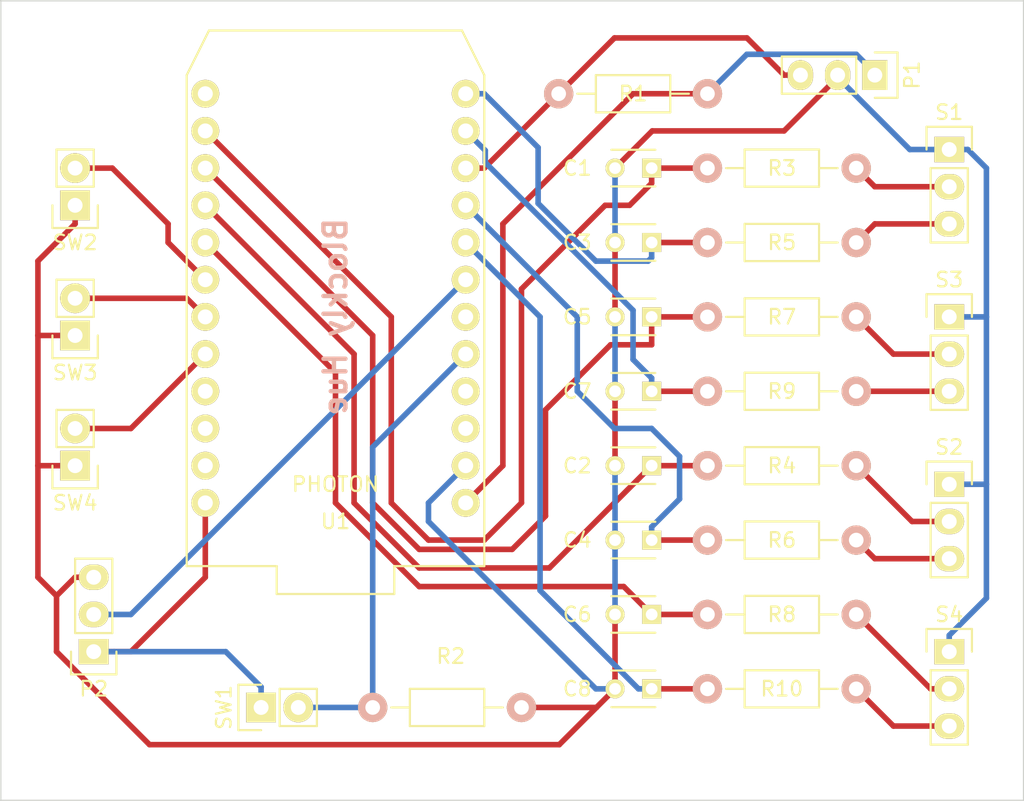
<source format=kicad_pcb>
(kicad_pcb (version 4) (host pcbnew 4.0.1-stable)

  (general
    (links 54)
    (no_connects 0)
    (area 125.679999 74.879999 195.630001 129.590001)
    (thickness 1.6)
    (drawings 6)
    (tracks 155)
    (zones 0)
    (modules 29)
    (nets 32)
  )

  (page A4)
  (layers
    (0 F.Cu signal)
    (31 B.Cu signal)
    (32 B.Adhes user)
    (33 F.Adhes user)
    (34 B.Paste user)
    (35 F.Paste user)
    (36 B.SilkS user)
    (37 F.SilkS user)
    (38 B.Mask user)
    (39 F.Mask user)
    (40 Dwgs.User user)
    (41 Cmts.User user)
    (42 Eco1.User user)
    (43 Eco2.User user)
    (44 Edge.Cuts user)
    (45 Margin user)
    (46 B.CrtYd user)
    (47 F.CrtYd user)
    (48 B.Fab user)
    (49 F.Fab user)
  )

  (setup
    (last_trace_width 0.381)
    (trace_clearance 0.2)
    (zone_clearance 0.508)
    (zone_45_only yes)
    (trace_min 0.254)
    (segment_width 0.2)
    (edge_width 0.1)
    (via_size 0.6858)
    (via_drill 0.3302)
    (via_min_size 0.6858)
    (via_min_drill 0.3302)
    (user_via 0.6858 0.3302)
    (uvia_size 0.508)
    (uvia_drill 0.127)
    (uvias_allowed no)
    (uvia_min_size 0.508)
    (uvia_min_drill 0.127)
    (pcb_text_width 0.3)
    (pcb_text_size 1.5 1.5)
    (mod_edge_width 0.15)
    (mod_text_size 1 1)
    (mod_text_width 0.15)
    (pad_size 1.5 1.5)
    (pad_drill 0.6)
    (pad_to_mask_clearance 0)
    (aux_axis_origin 0 0)
    (visible_elements FFFFFF7F)
    (pcbplotparams
      (layerselection 0x00030_80000001)
      (usegerberextensions false)
      (excludeedgelayer true)
      (linewidth 0.100000)
      (plotframeref false)
      (viasonmask false)
      (mode 1)
      (useauxorigin false)
      (hpglpennumber 1)
      (hpglpenspeed 20)
      (hpglpendiameter 15)
      (hpglpenoverlay 2)
      (psnegative false)
      (psa4output false)
      (plotreference true)
      (plotvalue true)
      (plotinvisibletext false)
      (padsonsilk false)
      (subtractmaskfromsilk false)
      (outputformat 1)
      (mirror false)
      (drillshape 1)
      (scaleselection 1)
      (outputdirectory ""))
  )

  (net 0 "")
  (net 1 /D1)
  (net 2 GND)
  (net 3 /D3)
  (net 4 /A0)
  (net 5 /A3)
  (net 6 /D2)
  (net 7 /D4)
  (net 8 /A1)
  (net 9 /A4)
  (net 10 +5V)
  (net 11 /A2)
  (net 12 +3V3)
  (net 13 /A5)
  (net 14 "Net-(R3-Pad1)")
  (net 15 "Net-(R4-Pad1)")
  (net 16 "Net-(R5-Pad2)")
  (net 17 "Net-(R6-Pad2)")
  (net 18 "Net-(R7-Pad1)")
  (net 19 "Net-(R8-Pad1)")
  (net 20 "Net-(R9-Pad2)")
  (net 21 "Net-(R10-Pad2)")
  (net 22 "Net-(R2-Pad1)")
  (net 23 /D5)
  (net 24 /D6)
  (net 25 /D7)
  (net 26 "Net-(U1-Pad3)")
  (net 27 "Net-(U1-Pad4)")
  (net 28 "Net-(U1-Pad6)")
  (net 29 "Net-(U1-Pad23)")
  (net 30 "Net-(U1-Pad22)")
  (net 31 "Net-(U1-Pad13)")

  (net_class Default "This is the default net class."
    (clearance 0.2)
    (trace_width 0.381)
    (via_dia 0.6858)
    (via_drill 0.3302)
    (uvia_dia 0.508)
    (uvia_drill 0.127)
    (add_net +3V3)
    (add_net +5V)
    (add_net /A0)
    (add_net /A1)
    (add_net /A2)
    (add_net /A3)
    (add_net /A4)
    (add_net /A5)
    (add_net /D1)
    (add_net /D2)
    (add_net /D3)
    (add_net /D4)
    (add_net /D5)
    (add_net /D6)
    (add_net /D7)
    (add_net GND)
    (add_net "Net-(R10-Pad2)")
    (add_net "Net-(R2-Pad1)")
    (add_net "Net-(R3-Pad1)")
    (add_net "Net-(R4-Pad1)")
    (add_net "Net-(R5-Pad2)")
    (add_net "Net-(R6-Pad2)")
    (add_net "Net-(R7-Pad1)")
    (add_net "Net-(R8-Pad1)")
    (add_net "Net-(R9-Pad2)")
    (add_net "Net-(U1-Pad13)")
    (add_net "Net-(U1-Pad22)")
    (add_net "Net-(U1-Pad23)")
    (add_net "Net-(U1-Pad3)")
    (add_net "Net-(U1-Pad4)")
    (add_net "Net-(U1-Pad6)")
  )

  (module particle-boards:PHOTON (layer F.Cu) (tedit 56AD975E) (tstamp 56A83C6E)
    (at 148.59 93.98 180)
    (path /569D989C)
    (fp_text reference U1 (at 0 -16.51 180) (layer F.SilkS)
      (effects (font (size 1 1) (thickness 0.15)))
    )
    (fp_text value PHOTON (at 0 -13.97 180) (layer F.SilkS)
      (effects (font (size 1 1) (thickness 0.15)))
    )
    (fp_line (start 10.16 13.97) (end 8.636 17.018) (layer F.SilkS) (width 0.15))
    (fp_line (start -10.16 13.97) (end -8.636 17.018) (layer F.SilkS) (width 0.15))
    (fp_line (start -8.636 17.018) (end 8.636 17.018) (layer F.SilkS) (width 0.15))
    (fp_line (start 10.16 -19.558) (end 10.16 13.97) (layer F.SilkS) (width 0.15))
    (fp_line (start -10.16 -19.558) (end -10.16 13.97) (layer F.SilkS) (width 0.15))
    (fp_line (start 4.0132 -19.558) (end 10.16 -19.558) (layer F.SilkS) (width 0.15))
    (fp_line (start -4.0132 -19.558) (end -10.16 -19.558) (layer F.SilkS) (width 0.15))
    (fp_line (start -4.0132 -21.463) (end -4.0132 -19.558) (layer F.SilkS) (width 0.15))
    (fp_line (start 4.0132 -21.463) (end 4.0132 -19.558) (layer F.SilkS) (width 0.15))
    (fp_line (start -4.0132 -21.463) (end 4.0132 -21.463) (layer F.SilkS) (width 0.15))
    (pad 1 thru_hole circle (at -8.89 -15.24 180) (size 1.9 1.9) (drill 1.02) (layers *.Cu *.Mask F.SilkS)
      (net 10 +5V))
    (pad 2 thru_hole circle (at -8.89 -12.7 180) (size 1.9 1.9) (drill 1.02) (layers *.Cu *.Mask F.SilkS)
      (net 2 GND))
    (pad 3 thru_hole circle (at -8.89 -10.16 180) (size 1.9 1.9) (drill 1.02) (layers *.Cu *.Mask F.SilkS)
      (net 26 "Net-(U1-Pad3)"))
    (pad 4 thru_hole circle (at -8.89 -7.62 180) (size 1.9 1.9) (drill 1.02) (layers *.Cu *.Mask F.SilkS)
      (net 27 "Net-(U1-Pad4)"))
    (pad 5 thru_hole circle (at -8.89 -5.08 180) (size 1.9 1.9) (drill 1.02) (layers *.Cu *.Mask F.SilkS)
      (net 22 "Net-(R2-Pad1)"))
    (pad 6 thru_hole circle (at -8.89 -2.54 180) (size 1.9 1.9) (drill 1.02) (layers *.Cu *.Mask F.SilkS)
      (net 28 "Net-(U1-Pad6)"))
    (pad 7 thru_hole circle (at -8.89 0 180) (size 1.9 1.9) (drill 1.02) (layers *.Cu *.Mask F.SilkS)
      (net 13 /A5))
    (pad 8 thru_hole circle (at -8.89 2.54 180) (size 1.9 1.9) (drill 1.02) (layers *.Cu *.Mask F.SilkS)
      (net 9 /A4))
    (pad 9 thru_hole circle (at -8.89 5.08 180) (size 1.9 1.9) (drill 1.02) (layers *.Cu *.Mask F.SilkS)
      (net 5 /A3))
    (pad 10 thru_hole circle (at -8.89 7.62 180) (size 1.9 1.9) (drill 1.02) (layers *.Cu *.Mask F.SilkS)
      (net 11 /A2))
    (pad 11 thru_hole circle (at -8.89 10.16 180) (size 1.9 1.9) (drill 1.02) (layers *.Cu *.Mask F.SilkS)
      (net 8 /A1))
    (pad 12 thru_hole circle (at -8.89 12.7 180) (size 1.9 1.9) (drill 1.02) (layers *.Cu *.Mask F.SilkS)
      (net 4 /A0))
    (pad 24 thru_hole circle (at 8.89 -15.24 180) (size 1.9 1.9) (drill 1.02) (layers *.Cu *.Mask F.SilkS)
      (net 12 +3V3))
    (pad 23 thru_hole circle (at 8.89 -12.7 180) (size 1.9 1.9) (drill 1.02) (layers *.Cu *.Mask F.SilkS)
      (net 29 "Net-(U1-Pad23)"))
    (pad 22 thru_hole circle (at 8.89 -10.16 180) (size 1.9 1.9) (drill 1.02) (layers *.Cu *.Mask F.SilkS)
      (net 30 "Net-(U1-Pad22)"))
    (pad 21 thru_hole circle (at 8.89 -7.62 180) (size 1.9 1.9) (drill 1.02) (layers *.Cu *.Mask F.SilkS))
    (pad 20 thru_hole circle (at 8.89 -5.08 180) (size 1.9 1.9) (drill 1.02) (layers *.Cu *.Mask F.SilkS)
      (net 25 /D7))
    (pad 19 thru_hole circle (at 8.89 -2.54 180) (size 1.9 1.9) (drill 1.02) (layers *.Cu *.Mask F.SilkS)
      (net 24 /D6))
    (pad 18 thru_hole circle (at 8.89 0 180) (size 1.9 1.9) (drill 1.02) (layers *.Cu *.Mask F.SilkS)
      (net 23 /D5))
    (pad 17 thru_hole circle (at 8.89 2.54 180) (size 1.9 1.9) (drill 1.02) (layers *.Cu *.Mask F.SilkS)
      (net 7 /D4))
    (pad 16 thru_hole circle (at 8.89 5.08 180) (size 1.9 1.9) (drill 1.02) (layers *.Cu *.Mask F.SilkS)
      (net 3 /D3))
    (pad 15 thru_hole circle (at 8.89 7.62 180) (size 1.9 1.9) (drill 1.02) (layers *.Cu *.Mask F.SilkS)
      (net 6 /D2))
    (pad 14 thru_hole circle (at 8.89 10.16 180) (size 1.9 1.9) (drill 1.02) (layers *.Cu *.Mask F.SilkS)
      (net 1 /D1))
    (pad 13 thru_hole circle (at 8.89 12.7 180) (size 1.9 1.9) (drill 1.02) (layers *.Cu *.Mask F.SilkS)
      (net 31 "Net-(U1-Pad13)"))
  )

  (module Capacitors_ThroughHole:C_Disc_D3_P2.5 (layer F.Cu) (tedit 56A83D7E) (tstamp 56A83BB0)
    (at 170.18 86.36 180)
    (descr "Capacitor 3mm Disc, Pitch 2.5mm")
    (tags Capacitor)
    (path /569F101F)
    (fp_text reference C1 (at 5.08 0 180) (layer F.SilkS)
      (effects (font (size 1 1) (thickness 0.15)))
    )
    (fp_text value 0.1uF (at 1.27 2.54 180) (layer F.Fab)
      (effects (font (size 1 1) (thickness 0.15)))
    )
    (fp_line (start -0.9 -1.5) (end 3.4 -1.5) (layer F.CrtYd) (width 0.05))
    (fp_line (start 3.4 -1.5) (end 3.4 1.5) (layer F.CrtYd) (width 0.05))
    (fp_line (start 3.4 1.5) (end -0.9 1.5) (layer F.CrtYd) (width 0.05))
    (fp_line (start -0.9 1.5) (end -0.9 -1.5) (layer F.CrtYd) (width 0.05))
    (fp_line (start -0.25 -1.25) (end 2.75 -1.25) (layer F.SilkS) (width 0.15))
    (fp_line (start 2.75 1.25) (end -0.25 1.25) (layer F.SilkS) (width 0.15))
    (pad 1 thru_hole rect (at 0 0 180) (size 1.3 1.3) (drill 0.8) (layers *.Cu *.Mask F.SilkS)
      (net 1 /D1))
    (pad 2 thru_hole circle (at 2.5 0 180) (size 1.3 1.3) (drill 0.8001) (layers *.Cu *.Mask F.SilkS)
      (net 2 GND))
    (model Capacitors_ThroughHole.3dshapes/C_Disc_D3_P2.5.wrl
      (at (xyz 0.0492126 0 0))
      (scale (xyz 1 1 1))
      (rotate (xyz 0 0 0))
    )
  )

  (module Capacitors_ThroughHole:C_Disc_D3_P2.5 (layer F.Cu) (tedit 56A83D87) (tstamp 56A83BB6)
    (at 170.18 106.68 180)
    (descr "Capacitor 3mm Disc, Pitch 2.5mm")
    (tags Capacitor)
    (path /569F0FE2)
    (fp_text reference C2 (at 5.08 0 180) (layer F.SilkS)
      (effects (font (size 1 1) (thickness 0.15)))
    )
    (fp_text value 0.1uF (at 1.25 2.5 180) (layer F.Fab)
      (effects (font (size 1 1) (thickness 0.15)))
    )
    (fp_line (start -0.9 -1.5) (end 3.4 -1.5) (layer F.CrtYd) (width 0.05))
    (fp_line (start 3.4 -1.5) (end 3.4 1.5) (layer F.CrtYd) (width 0.05))
    (fp_line (start 3.4 1.5) (end -0.9 1.5) (layer F.CrtYd) (width 0.05))
    (fp_line (start -0.9 1.5) (end -0.9 -1.5) (layer F.CrtYd) (width 0.05))
    (fp_line (start -0.25 -1.25) (end 2.75 -1.25) (layer F.SilkS) (width 0.15))
    (fp_line (start 2.75 1.25) (end -0.25 1.25) (layer F.SilkS) (width 0.15))
    (pad 1 thru_hole rect (at 0 0 180) (size 1.3 1.3) (drill 0.8) (layers *.Cu *.Mask F.SilkS)
      (net 3 /D3))
    (pad 2 thru_hole circle (at 2.5 0 180) (size 1.3 1.3) (drill 0.8001) (layers *.Cu *.Mask F.SilkS)
      (net 2 GND))
    (model Capacitors_ThroughHole.3dshapes/C_Disc_D3_P2.5.wrl
      (at (xyz 0.0492126 0 0))
      (scale (xyz 1 1 1))
      (rotate (xyz 0 0 0))
    )
  )

  (module Capacitors_ThroughHole:C_Disc_D3_P2.5 (layer F.Cu) (tedit 56A83D83) (tstamp 56A83BBC)
    (at 170.18 91.44 180)
    (descr "Capacitor 3mm Disc, Pitch 2.5mm")
    (tags Capacitor)
    (path /569F1019)
    (fp_text reference C3 (at 5.08 0 180) (layer F.SilkS)
      (effects (font (size 1 1) (thickness 0.15)))
    )
    (fp_text value 0.1uF (at 1.25 2.5 180) (layer F.Fab)
      (effects (font (size 1 1) (thickness 0.15)))
    )
    (fp_line (start -0.9 -1.5) (end 3.4 -1.5) (layer F.CrtYd) (width 0.05))
    (fp_line (start 3.4 -1.5) (end 3.4 1.5) (layer F.CrtYd) (width 0.05))
    (fp_line (start 3.4 1.5) (end -0.9 1.5) (layer F.CrtYd) (width 0.05))
    (fp_line (start -0.9 1.5) (end -0.9 -1.5) (layer F.CrtYd) (width 0.05))
    (fp_line (start -0.25 -1.25) (end 2.75 -1.25) (layer F.SilkS) (width 0.15))
    (fp_line (start 2.75 1.25) (end -0.25 1.25) (layer F.SilkS) (width 0.15))
    (pad 1 thru_hole rect (at 0 0 180) (size 1.3 1.3) (drill 0.8) (layers *.Cu *.Mask F.SilkS)
      (net 4 /A0))
    (pad 2 thru_hole circle (at 2.5 0 180) (size 1.3 1.3) (drill 0.8001) (layers *.Cu *.Mask F.SilkS)
      (net 2 GND))
    (model Capacitors_ThroughHole.3dshapes/C_Disc_D3_P2.5.wrl
      (at (xyz 0.0492126 0 0))
      (scale (xyz 1 1 1))
      (rotate (xyz 0 0 0))
    )
  )

  (module Capacitors_ThroughHole:C_Disc_D3_P2.5 (layer F.Cu) (tedit 56A83D8B) (tstamp 56A83BC2)
    (at 170.18 111.76 180)
    (descr "Capacitor 3mm Disc, Pitch 2.5mm")
    (tags Capacitor)
    (path /569F0FDC)
    (fp_text reference C4 (at 5.08 0 180) (layer F.SilkS)
      (effects (font (size 1 1) (thickness 0.15)))
    )
    (fp_text value 0.1uF (at 1.25 2.5 180) (layer F.Fab)
      (effects (font (size 1 1) (thickness 0.15)))
    )
    (fp_line (start -0.9 -1.5) (end 3.4 -1.5) (layer F.CrtYd) (width 0.05))
    (fp_line (start 3.4 -1.5) (end 3.4 1.5) (layer F.CrtYd) (width 0.05))
    (fp_line (start 3.4 1.5) (end -0.9 1.5) (layer F.CrtYd) (width 0.05))
    (fp_line (start -0.9 1.5) (end -0.9 -1.5) (layer F.CrtYd) (width 0.05))
    (fp_line (start -0.25 -1.25) (end 2.75 -1.25) (layer F.SilkS) (width 0.15))
    (fp_line (start 2.75 1.25) (end -0.25 1.25) (layer F.SilkS) (width 0.15))
    (pad 1 thru_hole rect (at 0 0 180) (size 1.3 1.3) (drill 0.8) (layers *.Cu *.Mask F.SilkS)
      (net 5 /A3))
    (pad 2 thru_hole circle (at 2.5 0 180) (size 1.3 1.3) (drill 0.8001) (layers *.Cu *.Mask F.SilkS)
      (net 2 GND))
    (model Capacitors_ThroughHole.3dshapes/C_Disc_D3_P2.5.wrl
      (at (xyz 0.0492126 0 0))
      (scale (xyz 1 1 1))
      (rotate (xyz 0 0 0))
    )
  )

  (module Capacitors_ThroughHole:C_Disc_D3_P2.5 (layer F.Cu) (tedit 56A83D8F) (tstamp 56A83BC8)
    (at 170.18 96.52 180)
    (descr "Capacitor 3mm Disc, Pitch 2.5mm")
    (tags Capacitor)
    (path /569F0687)
    (fp_text reference C5 (at 5.08 0 180) (layer F.SilkS)
      (effects (font (size 1 1) (thickness 0.15)))
    )
    (fp_text value 0.1uF (at 1.25 2.5 180) (layer F.Fab)
      (effects (font (size 1 1) (thickness 0.15)))
    )
    (fp_line (start -0.9 -1.5) (end 3.4 -1.5) (layer F.CrtYd) (width 0.05))
    (fp_line (start 3.4 -1.5) (end 3.4 1.5) (layer F.CrtYd) (width 0.05))
    (fp_line (start 3.4 1.5) (end -0.9 1.5) (layer F.CrtYd) (width 0.05))
    (fp_line (start -0.9 1.5) (end -0.9 -1.5) (layer F.CrtYd) (width 0.05))
    (fp_line (start -0.25 -1.25) (end 2.75 -1.25) (layer F.SilkS) (width 0.15))
    (fp_line (start 2.75 1.25) (end -0.25 1.25) (layer F.SilkS) (width 0.15))
    (pad 1 thru_hole rect (at 0 0 180) (size 1.3 1.3) (drill 0.8) (layers *.Cu *.Mask F.SilkS)
      (net 6 /D2))
    (pad 2 thru_hole circle (at 2.5 0 180) (size 1.3 1.3) (drill 0.8001) (layers *.Cu *.Mask F.SilkS)
      (net 2 GND))
    (model Capacitors_ThroughHole.3dshapes/C_Disc_D3_P2.5.wrl
      (at (xyz 0.0492126 0 0))
      (scale (xyz 1 1 1))
      (rotate (xyz 0 0 0))
    )
  )

  (module Capacitors_ThroughHole:C_Disc_D3_P2.5 (layer F.Cu) (tedit 56A83D99) (tstamp 56A83BCE)
    (at 170.18 116.84 180)
    (descr "Capacitor 3mm Disc, Pitch 2.5mm")
    (tags Capacitor)
    (path /569EFBC0)
    (fp_text reference C6 (at 5.08 0 180) (layer F.SilkS)
      (effects (font (size 1 1) (thickness 0.15)))
    )
    (fp_text value 0.1uF (at 1.25 2.5 180) (layer F.Fab)
      (effects (font (size 1 1) (thickness 0.15)))
    )
    (fp_line (start -0.9 -1.5) (end 3.4 -1.5) (layer F.CrtYd) (width 0.05))
    (fp_line (start 3.4 -1.5) (end 3.4 1.5) (layer F.CrtYd) (width 0.05))
    (fp_line (start 3.4 1.5) (end -0.9 1.5) (layer F.CrtYd) (width 0.05))
    (fp_line (start -0.9 1.5) (end -0.9 -1.5) (layer F.CrtYd) (width 0.05))
    (fp_line (start -0.25 -1.25) (end 2.75 -1.25) (layer F.SilkS) (width 0.15))
    (fp_line (start 2.75 1.25) (end -0.25 1.25) (layer F.SilkS) (width 0.15))
    (pad 1 thru_hole rect (at 0 0 180) (size 1.3 1.3) (drill 0.8) (layers *.Cu *.Mask F.SilkS)
      (net 7 /D4))
    (pad 2 thru_hole circle (at 2.5 0 180) (size 1.3 1.3) (drill 0.8001) (layers *.Cu *.Mask F.SilkS)
      (net 2 GND))
    (model Capacitors_ThroughHole.3dshapes/C_Disc_D3_P2.5.wrl
      (at (xyz 0.0492126 0 0))
      (scale (xyz 1 1 1))
      (rotate (xyz 0 0 0))
    )
  )

  (module Capacitors_ThroughHole:C_Disc_D3_P2.5 (layer F.Cu) (tedit 56A83D95) (tstamp 56A83BD4)
    (at 170.18 101.6 180)
    (descr "Capacitor 3mm Disc, Pitch 2.5mm")
    (tags Capacitor)
    (path /569F0681)
    (fp_text reference C7 (at 5.08 0 180) (layer F.SilkS)
      (effects (font (size 1 1) (thickness 0.15)))
    )
    (fp_text value 0.1uF (at 1.25 2.5 180) (layer F.Fab)
      (effects (font (size 1 1) (thickness 0.15)))
    )
    (fp_line (start -0.9 -1.5) (end 3.4 -1.5) (layer F.CrtYd) (width 0.05))
    (fp_line (start 3.4 -1.5) (end 3.4 1.5) (layer F.CrtYd) (width 0.05))
    (fp_line (start 3.4 1.5) (end -0.9 1.5) (layer F.CrtYd) (width 0.05))
    (fp_line (start -0.9 1.5) (end -0.9 -1.5) (layer F.CrtYd) (width 0.05))
    (fp_line (start -0.25 -1.25) (end 2.75 -1.25) (layer F.SilkS) (width 0.15))
    (fp_line (start 2.75 1.25) (end -0.25 1.25) (layer F.SilkS) (width 0.15))
    (pad 1 thru_hole rect (at 0 0 180) (size 1.3 1.3) (drill 0.8) (layers *.Cu *.Mask F.SilkS)
      (net 8 /A1))
    (pad 2 thru_hole circle (at 2.5 0 180) (size 1.3 1.3) (drill 0.8001) (layers *.Cu *.Mask F.SilkS)
      (net 2 GND))
    (model Capacitors_ThroughHole.3dshapes/C_Disc_D3_P2.5.wrl
      (at (xyz 0.0492126 0 0))
      (scale (xyz 1 1 1))
      (rotate (xyz 0 0 0))
    )
  )

  (module Capacitors_ThroughHole:C_Disc_D3_P2.5 (layer F.Cu) (tedit 56A83D9C) (tstamp 56A83BDA)
    (at 170.18 121.92 180)
    (descr "Capacitor 3mm Disc, Pitch 2.5mm")
    (tags Capacitor)
    (path /569EFB7E)
    (fp_text reference C8 (at 5.08 0 180) (layer F.SilkS)
      (effects (font (size 1 1) (thickness 0.15)))
    )
    (fp_text value 0.1uF (at 1.25 2.5 180) (layer F.Fab)
      (effects (font (size 1 1) (thickness 0.15)))
    )
    (fp_line (start -0.9 -1.5) (end 3.4 -1.5) (layer F.CrtYd) (width 0.05))
    (fp_line (start 3.4 -1.5) (end 3.4 1.5) (layer F.CrtYd) (width 0.05))
    (fp_line (start 3.4 1.5) (end -0.9 1.5) (layer F.CrtYd) (width 0.05))
    (fp_line (start -0.9 1.5) (end -0.9 -1.5) (layer F.CrtYd) (width 0.05))
    (fp_line (start -0.25 -1.25) (end 2.75 -1.25) (layer F.SilkS) (width 0.15))
    (fp_line (start 2.75 1.25) (end -0.25 1.25) (layer F.SilkS) (width 0.15))
    (pad 1 thru_hole rect (at 0 0 180) (size 1.3 1.3) (drill 0.8) (layers *.Cu *.Mask F.SilkS)
      (net 9 /A4))
    (pad 2 thru_hole circle (at 2.5 0 180) (size 1.3 1.3) (drill 0.8001) (layers *.Cu *.Mask F.SilkS)
      (net 2 GND))
    (model Capacitors_ThroughHole.3dshapes/C_Disc_D3_P2.5.wrl
      (at (xyz 0.0492126 0 0))
      (scale (xyz 1 1 1))
      (rotate (xyz 0 0 0))
    )
  )

  (module Pin_Headers:Pin_Header_Straight_1x03 (layer F.Cu) (tedit 56A840A4) (tstamp 56A83BE1)
    (at 185.42 80.01 270)
    (descr "Through hole pin header")
    (tags "pin header")
    (path /56A1AAC9)
    (fp_text reference P1 (at 0 -2.54 270) (layer F.SilkS)
      (effects (font (size 1 1) (thickness 0.15)))
    )
    (fp_text value MOTION_SENSOR (at -2.54 2.54 360) (layer F.Fab)
      (effects (font (size 1 1) (thickness 0.15)))
    )
    (fp_line (start -1.75 -1.75) (end -1.75 6.85) (layer F.CrtYd) (width 0.05))
    (fp_line (start 1.75 -1.75) (end 1.75 6.85) (layer F.CrtYd) (width 0.05))
    (fp_line (start -1.75 -1.75) (end 1.75 -1.75) (layer F.CrtYd) (width 0.05))
    (fp_line (start -1.75 6.85) (end 1.75 6.85) (layer F.CrtYd) (width 0.05))
    (fp_line (start -1.27 1.27) (end -1.27 6.35) (layer F.SilkS) (width 0.15))
    (fp_line (start -1.27 6.35) (end 1.27 6.35) (layer F.SilkS) (width 0.15))
    (fp_line (start 1.27 6.35) (end 1.27 1.27) (layer F.SilkS) (width 0.15))
    (fp_line (start 1.55 -1.55) (end 1.55 0) (layer F.SilkS) (width 0.15))
    (fp_line (start 1.27 1.27) (end -1.27 1.27) (layer F.SilkS) (width 0.15))
    (fp_line (start -1.55 0) (end -1.55 -1.55) (layer F.SilkS) (width 0.15))
    (fp_line (start -1.55 -1.55) (end 1.55 -1.55) (layer F.SilkS) (width 0.15))
    (pad 1 thru_hole rect (at 0 0 270) (size 2.032 1.7272) (drill 1.016) (layers *.Cu *.Mask F.SilkS)
      (net 10 +5V))
    (pad 2 thru_hole oval (at 0 2.54 270) (size 2.032 1.7272) (drill 1.016) (layers *.Cu *.Mask F.SilkS)
      (net 2 GND))
    (pad 3 thru_hole oval (at 0 5.08 270) (size 2.032 1.7272) (drill 1.016) (layers *.Cu *.Mask F.SilkS)
      (net 11 /A2))
    (model Pin_Headers.3dshapes/Pin_Header_Straight_1x03.wrl
      (at (xyz 0 -0.1 0))
      (scale (xyz 1 1 1))
      (rotate (xyz 0 0 90))
    )
  )

  (module Pin_Headers:Pin_Header_Straight_1x03 (layer F.Cu) (tedit 56A840AC) (tstamp 56A83BE8)
    (at 132.08 119.38 180)
    (descr "Through hole pin header")
    (tags "pin header")
    (path /56A1AB3A)
    (fp_text reference P2 (at 0 -2.54 180) (layer F.SilkS)
      (effects (font (size 1 1) (thickness 0.15)))
    )
    (fp_text value TEMP_SENSOR (at -2.54 2.54 270) (layer F.Fab)
      (effects (font (size 1 1) (thickness 0.15)))
    )
    (fp_line (start -1.75 -1.75) (end -1.75 6.85) (layer F.CrtYd) (width 0.05))
    (fp_line (start 1.75 -1.75) (end 1.75 6.85) (layer F.CrtYd) (width 0.05))
    (fp_line (start -1.75 -1.75) (end 1.75 -1.75) (layer F.CrtYd) (width 0.05))
    (fp_line (start -1.75 6.85) (end 1.75 6.85) (layer F.CrtYd) (width 0.05))
    (fp_line (start -1.27 1.27) (end -1.27 6.35) (layer F.SilkS) (width 0.15))
    (fp_line (start -1.27 6.35) (end 1.27 6.35) (layer F.SilkS) (width 0.15))
    (fp_line (start 1.27 6.35) (end 1.27 1.27) (layer F.SilkS) (width 0.15))
    (fp_line (start 1.55 -1.55) (end 1.55 0) (layer F.SilkS) (width 0.15))
    (fp_line (start 1.27 1.27) (end -1.27 1.27) (layer F.SilkS) (width 0.15))
    (fp_line (start -1.55 0) (end -1.55 -1.55) (layer F.SilkS) (width 0.15))
    (fp_line (start -1.55 -1.55) (end 1.55 -1.55) (layer F.SilkS) (width 0.15))
    (pad 1 thru_hole rect (at 0 0 180) (size 2.032 1.7272) (drill 1.016) (layers *.Cu *.Mask F.SilkS)
      (net 12 +3V3))
    (pad 2 thru_hole oval (at 0 2.54 180) (size 2.032 1.7272) (drill 1.016) (layers *.Cu *.Mask F.SilkS)
      (net 13 /A5))
    (pad 3 thru_hole oval (at 0 5.08 180) (size 2.032 1.7272) (drill 1.016) (layers *.Cu *.Mask F.SilkS)
      (net 2 GND))
    (model Pin_Headers.3dshapes/Pin_Header_Straight_1x03.wrl
      (at (xyz 0 -0.1 0))
      (scale (xyz 1 1 1))
      (rotate (xyz 0 0 90))
    )
  )

  (module Resistors_ThroughHole:Resistor_Horizontal_RM10mm (layer F.Cu) (tedit 56A84217) (tstamp 56A83BEE)
    (at 168.91 81.28)
    (descr "Resistor, Axial,  RM 10mm, 1/3W,")
    (tags "Resistor, Axial, RM 10mm, 1/3W,")
    (path /56A5594C)
    (fp_text reference R1 (at 0 0) (layer F.SilkS)
      (effects (font (size 1 1) (thickness 0.15)))
    )
    (fp_text value 10k (at 0 -2.54) (layer F.Fab)
      (effects (font (size 1 1) (thickness 0.15)))
    )
    (fp_line (start -2.54 -1.27) (end 2.54 -1.27) (layer F.SilkS) (width 0.15))
    (fp_line (start 2.54 -1.27) (end 2.54 1.27) (layer F.SilkS) (width 0.15))
    (fp_line (start 2.54 1.27) (end -2.54 1.27) (layer F.SilkS) (width 0.15))
    (fp_line (start -2.54 1.27) (end -2.54 -1.27) (layer F.SilkS) (width 0.15))
    (fp_line (start -2.54 0) (end -3.81 0) (layer F.SilkS) (width 0.15))
    (fp_line (start 2.54 0) (end 3.81 0) (layer F.SilkS) (width 0.15))
    (pad 1 thru_hole circle (at -5.08 0) (size 1.99898 1.99898) (drill 1.00076) (layers *.Cu *.SilkS *.Mask)
      (net 11 /A2))
    (pad 2 thru_hole circle (at 5.08 0) (size 1.99898 1.99898) (drill 1.00076) (layers *.Cu *.SilkS *.Mask)
      (net 10 +5V))
    (model Resistors_ThroughHole.3dshapes/Resistor_Horizontal_RM10mm.wrl
      (at (xyz 0 0 0))
      (scale (xyz 0.4 0.4 0.4))
      (rotate (xyz 0 0 0))
    )
  )

  (module Resistors_ThroughHole:Resistor_Horizontal_RM10mm (layer F.Cu) (tedit 56A83D5F) (tstamp 56A83BF4)
    (at 179.07 86.36 180)
    (descr "Resistor, Axial,  RM 10mm, 1/3W,")
    (tags "Resistor, Axial, RM 10mm, 1/3W,")
    (path /569F1013)
    (fp_text reference R3 (at 0 0 180) (layer F.SilkS)
      (effects (font (size 1 1) (thickness 0.15)))
    )
    (fp_text value 10k (at 0 2.54 180) (layer F.Fab)
      (effects (font (size 1 1) (thickness 0.15)))
    )
    (fp_line (start -2.54 -1.27) (end 2.54 -1.27) (layer F.SilkS) (width 0.15))
    (fp_line (start 2.54 -1.27) (end 2.54 1.27) (layer F.SilkS) (width 0.15))
    (fp_line (start 2.54 1.27) (end -2.54 1.27) (layer F.SilkS) (width 0.15))
    (fp_line (start -2.54 1.27) (end -2.54 -1.27) (layer F.SilkS) (width 0.15))
    (fp_line (start -2.54 0) (end -3.81 0) (layer F.SilkS) (width 0.15))
    (fp_line (start 2.54 0) (end 3.81 0) (layer F.SilkS) (width 0.15))
    (pad 1 thru_hole circle (at -5.08 0 180) (size 1.99898 1.99898) (drill 1.00076) (layers *.Cu *.SilkS *.Mask)
      (net 14 "Net-(R3-Pad1)"))
    (pad 2 thru_hole circle (at 5.08 0 180) (size 1.99898 1.99898) (drill 1.00076) (layers *.Cu *.SilkS *.Mask)
      (net 1 /D1))
    (model Resistors_ThroughHole.3dshapes/Resistor_Horizontal_RM10mm.wrl
      (at (xyz 0 0 0))
      (scale (xyz 0.4 0.4 0.4))
      (rotate (xyz 0 0 0))
    )
  )

  (module Resistors_ThroughHole:Resistor_Horizontal_RM10mm (layer F.Cu) (tedit 56A83D5C) (tstamp 56A83BFA)
    (at 179.07 106.68 180)
    (descr "Resistor, Axial,  RM 10mm, 1/3W,")
    (tags "Resistor, Axial, RM 10mm, 1/3W,")
    (path /569F0FD6)
    (fp_text reference R4 (at 0 0 180) (layer F.SilkS)
      (effects (font (size 1 1) (thickness 0.15)))
    )
    (fp_text value 10k (at 0 2.54 180) (layer F.Fab)
      (effects (font (size 1 1) (thickness 0.15)))
    )
    (fp_line (start -2.54 -1.27) (end 2.54 -1.27) (layer F.SilkS) (width 0.15))
    (fp_line (start 2.54 -1.27) (end 2.54 1.27) (layer F.SilkS) (width 0.15))
    (fp_line (start 2.54 1.27) (end -2.54 1.27) (layer F.SilkS) (width 0.15))
    (fp_line (start -2.54 1.27) (end -2.54 -1.27) (layer F.SilkS) (width 0.15))
    (fp_line (start -2.54 0) (end -3.81 0) (layer F.SilkS) (width 0.15))
    (fp_line (start 2.54 0) (end 3.81 0) (layer F.SilkS) (width 0.15))
    (pad 1 thru_hole circle (at -5.08 0 180) (size 1.99898 1.99898) (drill 1.00076) (layers *.Cu *.SilkS *.Mask)
      (net 15 "Net-(R4-Pad1)"))
    (pad 2 thru_hole circle (at 5.08 0 180) (size 1.99898 1.99898) (drill 1.00076) (layers *.Cu *.SilkS *.Mask)
      (net 3 /D3))
    (model Resistors_ThroughHole.3dshapes/Resistor_Horizontal_RM10mm.wrl
      (at (xyz 0 0 0))
      (scale (xyz 0.4 0.4 0.4))
      (rotate (xyz 0 0 0))
    )
  )

  (module Resistors_ThroughHole:Resistor_Horizontal_RM10mm (layer F.Cu) (tedit 56A83D65) (tstamp 56A83C06)
    (at 179.07 111.76)
    (descr "Resistor, Axial,  RM 10mm, 1/3W,")
    (tags "Resistor, Axial, RM 10mm, 1/3W,")
    (path /569F0FD0)
    (fp_text reference R6 (at 0 0) (layer F.SilkS)
      (effects (font (size 1 1) (thickness 0.15)))
    )
    (fp_text value 10k (at 0 -2.54) (layer F.Fab)
      (effects (font (size 1 1) (thickness 0.15)))
    )
    (fp_line (start -2.54 -1.27) (end 2.54 -1.27) (layer F.SilkS) (width 0.15))
    (fp_line (start 2.54 -1.27) (end 2.54 1.27) (layer F.SilkS) (width 0.15))
    (fp_line (start 2.54 1.27) (end -2.54 1.27) (layer F.SilkS) (width 0.15))
    (fp_line (start -2.54 1.27) (end -2.54 -1.27) (layer F.SilkS) (width 0.15))
    (fp_line (start -2.54 0) (end -3.81 0) (layer F.SilkS) (width 0.15))
    (fp_line (start 2.54 0) (end 3.81 0) (layer F.SilkS) (width 0.15))
    (pad 1 thru_hole circle (at -5.08 0) (size 1.99898 1.99898) (drill 1.00076) (layers *.Cu *.SilkS *.Mask)
      (net 5 /A3))
    (pad 2 thru_hole circle (at 5.08 0) (size 1.99898 1.99898) (drill 1.00076) (layers *.Cu *.SilkS *.Mask)
      (net 17 "Net-(R6-Pad2)"))
    (model Resistors_ThroughHole.3dshapes/Resistor_Horizontal_RM10mm.wrl
      (at (xyz 0 0 0))
      (scale (xyz 0.4 0.4 0.4))
      (rotate (xyz 0 0 0))
    )
  )

  (module Resistors_ThroughHole:Resistor_Horizontal_RM10mm (layer F.Cu) (tedit 56A83D69) (tstamp 56A83C0C)
    (at 179.07 96.52 180)
    (descr "Resistor, Axial,  RM 10mm, 1/3W,")
    (tags "Resistor, Axial, RM 10mm, 1/3W,")
    (path /569F067B)
    (fp_text reference R7 (at 0 0 180) (layer F.SilkS)
      (effects (font (size 1 1) (thickness 0.15)))
    )
    (fp_text value 10k (at 0 2.54 180) (layer F.Fab)
      (effects (font (size 1 1) (thickness 0.15)))
    )
    (fp_line (start -2.54 -1.27) (end 2.54 -1.27) (layer F.SilkS) (width 0.15))
    (fp_line (start 2.54 -1.27) (end 2.54 1.27) (layer F.SilkS) (width 0.15))
    (fp_line (start 2.54 1.27) (end -2.54 1.27) (layer F.SilkS) (width 0.15))
    (fp_line (start -2.54 1.27) (end -2.54 -1.27) (layer F.SilkS) (width 0.15))
    (fp_line (start -2.54 0) (end -3.81 0) (layer F.SilkS) (width 0.15))
    (fp_line (start 2.54 0) (end 3.81 0) (layer F.SilkS) (width 0.15))
    (pad 1 thru_hole circle (at -5.08 0 180) (size 1.99898 1.99898) (drill 1.00076) (layers *.Cu *.SilkS *.Mask)
      (net 18 "Net-(R7-Pad1)"))
    (pad 2 thru_hole circle (at 5.08 0 180) (size 1.99898 1.99898) (drill 1.00076) (layers *.Cu *.SilkS *.Mask)
      (net 6 /D2))
    (model Resistors_ThroughHole.3dshapes/Resistor_Horizontal_RM10mm.wrl
      (at (xyz 0 0 0))
      (scale (xyz 0.4 0.4 0.4))
      (rotate (xyz 0 0 0))
    )
  )

  (module Resistors_ThroughHole:Resistor_Horizontal_RM10mm (layer F.Cu) (tedit 56A83D6E) (tstamp 56A83C12)
    (at 179.07 116.84 180)
    (descr "Resistor, Axial,  RM 10mm, 1/3W,")
    (tags "Resistor, Axial, RM 10mm, 1/3W,")
    (path /569EFB3B)
    (fp_text reference R8 (at 0 0 180) (layer F.SilkS)
      (effects (font (size 1 1) (thickness 0.15)))
    )
    (fp_text value 10k (at 0 2.54 180) (layer F.Fab)
      (effects (font (size 1 1) (thickness 0.15)))
    )
    (fp_line (start -2.54 -1.27) (end 2.54 -1.27) (layer F.SilkS) (width 0.15))
    (fp_line (start 2.54 -1.27) (end 2.54 1.27) (layer F.SilkS) (width 0.15))
    (fp_line (start 2.54 1.27) (end -2.54 1.27) (layer F.SilkS) (width 0.15))
    (fp_line (start -2.54 1.27) (end -2.54 -1.27) (layer F.SilkS) (width 0.15))
    (fp_line (start -2.54 0) (end -3.81 0) (layer F.SilkS) (width 0.15))
    (fp_line (start 2.54 0) (end 3.81 0) (layer F.SilkS) (width 0.15))
    (pad 1 thru_hole circle (at -5.08 0 180) (size 1.99898 1.99898) (drill 1.00076) (layers *.Cu *.SilkS *.Mask)
      (net 19 "Net-(R8-Pad1)"))
    (pad 2 thru_hole circle (at 5.08 0 180) (size 1.99898 1.99898) (drill 1.00076) (layers *.Cu *.SilkS *.Mask)
      (net 7 /D4))
    (model Resistors_ThroughHole.3dshapes/Resistor_Horizontal_RM10mm.wrl
      (at (xyz 0 0 0))
      (scale (xyz 0.4 0.4 0.4))
      (rotate (xyz 0 0 0))
    )
  )

  (module Resistors_ThroughHole:Resistor_Horizontal_RM10mm (layer F.Cu) (tedit 56A83D6C) (tstamp 56A83C18)
    (at 179.07 101.6)
    (descr "Resistor, Axial,  RM 10mm, 1/3W,")
    (tags "Resistor, Axial, RM 10mm, 1/3W,")
    (path /569F0675)
    (fp_text reference R9 (at 0 0) (layer F.SilkS)
      (effects (font (size 1 1) (thickness 0.15)))
    )
    (fp_text value 10k (at 0 -2.54) (layer F.Fab)
      (effects (font (size 1 1) (thickness 0.15)))
    )
    (fp_line (start -2.54 -1.27) (end 2.54 -1.27) (layer F.SilkS) (width 0.15))
    (fp_line (start 2.54 -1.27) (end 2.54 1.27) (layer F.SilkS) (width 0.15))
    (fp_line (start 2.54 1.27) (end -2.54 1.27) (layer F.SilkS) (width 0.15))
    (fp_line (start -2.54 1.27) (end -2.54 -1.27) (layer F.SilkS) (width 0.15))
    (fp_line (start -2.54 0) (end -3.81 0) (layer F.SilkS) (width 0.15))
    (fp_line (start 2.54 0) (end 3.81 0) (layer F.SilkS) (width 0.15))
    (pad 1 thru_hole circle (at -5.08 0) (size 1.99898 1.99898) (drill 1.00076) (layers *.Cu *.SilkS *.Mask)
      (net 8 /A1))
    (pad 2 thru_hole circle (at 5.08 0) (size 1.99898 1.99898) (drill 1.00076) (layers *.Cu *.SilkS *.Mask)
      (net 20 "Net-(R9-Pad2)"))
    (model Resistors_ThroughHole.3dshapes/Resistor_Horizontal_RM10mm.wrl
      (at (xyz 0 0 0))
      (scale (xyz 0.4 0.4 0.4))
      (rotate (xyz 0 0 0))
    )
  )

  (module Resistors_ThroughHole:Resistor_Horizontal_RM10mm (layer F.Cu) (tedit 56A83D71) (tstamp 56A83C1E)
    (at 179.07 121.92)
    (descr "Resistor, Axial,  RM 10mm, 1/3W,")
    (tags "Resistor, Axial, RM 10mm, 1/3W,")
    (path /569EFAE4)
    (fp_text reference R10 (at 0 0) (layer F.SilkS)
      (effects (font (size 1 1) (thickness 0.15)))
    )
    (fp_text value 10k (at 0 -2.54) (layer F.Fab)
      (effects (font (size 1 1) (thickness 0.15)))
    )
    (fp_line (start -2.54 -1.27) (end 2.54 -1.27) (layer F.SilkS) (width 0.15))
    (fp_line (start 2.54 -1.27) (end 2.54 1.27) (layer F.SilkS) (width 0.15))
    (fp_line (start 2.54 1.27) (end -2.54 1.27) (layer F.SilkS) (width 0.15))
    (fp_line (start -2.54 1.27) (end -2.54 -1.27) (layer F.SilkS) (width 0.15))
    (fp_line (start -2.54 0) (end -3.81 0) (layer F.SilkS) (width 0.15))
    (fp_line (start 2.54 0) (end 3.81 0) (layer F.SilkS) (width 0.15))
    (pad 1 thru_hole circle (at -5.08 0) (size 1.99898 1.99898) (drill 1.00076) (layers *.Cu *.SilkS *.Mask)
      (net 9 /A4))
    (pad 2 thru_hole circle (at 5.08 0) (size 1.99898 1.99898) (drill 1.00076) (layers *.Cu *.SilkS *.Mask)
      (net 21 "Net-(R10-Pad2)"))
    (model Resistors_ThroughHole.3dshapes/Resistor_Horizontal_RM10mm.wrl
      (at (xyz 0 0 0))
      (scale (xyz 0.4 0.4 0.4))
      (rotate (xyz 0 0 0))
    )
  )

  (module Pin_Headers:Pin_Header_Straight_1x03 (layer F.Cu) (tedit 56A83DFA) (tstamp 56A83C25)
    (at 190.5 85.09)
    (descr "Through hole pin header")
    (tags "pin header")
    (path /569F1001)
    (fp_text reference S1 (at 0 -2.54) (layer F.SilkS)
      (effects (font (size 1 1) (thickness 0.15)))
    )
    (fp_text value ENCODER (at -2.54 2.54 90) (layer F.Fab)
      (effects (font (size 1 1) (thickness 0.15)))
    )
    (fp_line (start -1.75 -1.75) (end -1.75 6.85) (layer F.CrtYd) (width 0.05))
    (fp_line (start 1.75 -1.75) (end 1.75 6.85) (layer F.CrtYd) (width 0.05))
    (fp_line (start -1.75 -1.75) (end 1.75 -1.75) (layer F.CrtYd) (width 0.05))
    (fp_line (start -1.75 6.85) (end 1.75 6.85) (layer F.CrtYd) (width 0.05))
    (fp_line (start -1.27 1.27) (end -1.27 6.35) (layer F.SilkS) (width 0.15))
    (fp_line (start -1.27 6.35) (end 1.27 6.35) (layer F.SilkS) (width 0.15))
    (fp_line (start 1.27 6.35) (end 1.27 1.27) (layer F.SilkS) (width 0.15))
    (fp_line (start 1.55 -1.55) (end 1.55 0) (layer F.SilkS) (width 0.15))
    (fp_line (start 1.27 1.27) (end -1.27 1.27) (layer F.SilkS) (width 0.15))
    (fp_line (start -1.55 0) (end -1.55 -1.55) (layer F.SilkS) (width 0.15))
    (fp_line (start -1.55 -1.55) (end 1.55 -1.55) (layer F.SilkS) (width 0.15))
    (pad 1 thru_hole rect (at 0 0) (size 2.032 1.7272) (drill 1.016) (layers *.Cu *.Mask F.SilkS)
      (net 2 GND))
    (pad 2 thru_hole oval (at 0 2.54) (size 2.032 1.7272) (drill 1.016) (layers *.Cu *.Mask F.SilkS)
      (net 14 "Net-(R3-Pad1)"))
    (pad 3 thru_hole oval (at 0 5.08) (size 2.032 1.7272) (drill 1.016) (layers *.Cu *.Mask F.SilkS)
      (net 16 "Net-(R5-Pad2)"))
    (model Pin_Headers.3dshapes/Pin_Header_Straight_1x03.wrl
      (at (xyz 0 -0.1 0))
      (scale (xyz 1 1 1))
      (rotate (xyz 0 0 90))
    )
  )

  (module Pin_Headers:Pin_Header_Straight_1x03 (layer F.Cu) (tedit 56A83DFD) (tstamp 56A83C2C)
    (at 190.5 107.95)
    (descr "Through hole pin header")
    (tags "pin header")
    (path /569F0FC4)
    (fp_text reference S2 (at 0 -2.54) (layer F.SilkS)
      (effects (font (size 1 1) (thickness 0.15)))
    )
    (fp_text value ENCODER (at -2.54 2.54 90) (layer F.Fab)
      (effects (font (size 1 1) (thickness 0.15)))
    )
    (fp_line (start -1.75 -1.75) (end -1.75 6.85) (layer F.CrtYd) (width 0.05))
    (fp_line (start 1.75 -1.75) (end 1.75 6.85) (layer F.CrtYd) (width 0.05))
    (fp_line (start -1.75 -1.75) (end 1.75 -1.75) (layer F.CrtYd) (width 0.05))
    (fp_line (start -1.75 6.85) (end 1.75 6.85) (layer F.CrtYd) (width 0.05))
    (fp_line (start -1.27 1.27) (end -1.27 6.35) (layer F.SilkS) (width 0.15))
    (fp_line (start -1.27 6.35) (end 1.27 6.35) (layer F.SilkS) (width 0.15))
    (fp_line (start 1.27 6.35) (end 1.27 1.27) (layer F.SilkS) (width 0.15))
    (fp_line (start 1.55 -1.55) (end 1.55 0) (layer F.SilkS) (width 0.15))
    (fp_line (start 1.27 1.27) (end -1.27 1.27) (layer F.SilkS) (width 0.15))
    (fp_line (start -1.55 0) (end -1.55 -1.55) (layer F.SilkS) (width 0.15))
    (fp_line (start -1.55 -1.55) (end 1.55 -1.55) (layer F.SilkS) (width 0.15))
    (pad 1 thru_hole rect (at 0 0) (size 2.032 1.7272) (drill 1.016) (layers *.Cu *.Mask F.SilkS)
      (net 2 GND))
    (pad 2 thru_hole oval (at 0 2.54) (size 2.032 1.7272) (drill 1.016) (layers *.Cu *.Mask F.SilkS)
      (net 15 "Net-(R4-Pad1)"))
    (pad 3 thru_hole oval (at 0 5.08) (size 2.032 1.7272) (drill 1.016) (layers *.Cu *.Mask F.SilkS)
      (net 17 "Net-(R6-Pad2)"))
    (model Pin_Headers.3dshapes/Pin_Header_Straight_1x03.wrl
      (at (xyz 0 -0.1 0))
      (scale (xyz 1 1 1))
      (rotate (xyz 0 0 90))
    )
  )

  (module Pin_Headers:Pin_Header_Straight_1x03 (layer F.Cu) (tedit 56A83E04) (tstamp 56A83C33)
    (at 190.5 96.52)
    (descr "Through hole pin header")
    (tags "pin header")
    (path /569F0669)
    (fp_text reference S3 (at 0 -2.54) (layer F.SilkS)
      (effects (font (size 1 1) (thickness 0.15)))
    )
    (fp_text value ENCODER (at -2.54 2.54 90) (layer F.Fab)
      (effects (font (size 1 1) (thickness 0.15)))
    )
    (fp_line (start -1.75 -1.75) (end -1.75 6.85) (layer F.CrtYd) (width 0.05))
    (fp_line (start 1.75 -1.75) (end 1.75 6.85) (layer F.CrtYd) (width 0.05))
    (fp_line (start -1.75 -1.75) (end 1.75 -1.75) (layer F.CrtYd) (width 0.05))
    (fp_line (start -1.75 6.85) (end 1.75 6.85) (layer F.CrtYd) (width 0.05))
    (fp_line (start -1.27 1.27) (end -1.27 6.35) (layer F.SilkS) (width 0.15))
    (fp_line (start -1.27 6.35) (end 1.27 6.35) (layer F.SilkS) (width 0.15))
    (fp_line (start 1.27 6.35) (end 1.27 1.27) (layer F.SilkS) (width 0.15))
    (fp_line (start 1.55 -1.55) (end 1.55 0) (layer F.SilkS) (width 0.15))
    (fp_line (start 1.27 1.27) (end -1.27 1.27) (layer F.SilkS) (width 0.15))
    (fp_line (start -1.55 0) (end -1.55 -1.55) (layer F.SilkS) (width 0.15))
    (fp_line (start -1.55 -1.55) (end 1.55 -1.55) (layer F.SilkS) (width 0.15))
    (pad 1 thru_hole rect (at 0 0) (size 2.032 1.7272) (drill 1.016) (layers *.Cu *.Mask F.SilkS)
      (net 2 GND))
    (pad 2 thru_hole oval (at 0 2.54) (size 2.032 1.7272) (drill 1.016) (layers *.Cu *.Mask F.SilkS)
      (net 18 "Net-(R7-Pad1)"))
    (pad 3 thru_hole oval (at 0 5.08) (size 2.032 1.7272) (drill 1.016) (layers *.Cu *.Mask F.SilkS)
      (net 20 "Net-(R9-Pad2)"))
    (model Pin_Headers.3dshapes/Pin_Header_Straight_1x03.wrl
      (at (xyz 0 -0.1 0))
      (scale (xyz 1 1 1))
      (rotate (xyz 0 0 90))
    )
  )

  (module Pin_Headers:Pin_Header_Straight_1x03 (layer F.Cu) (tedit 56A83E06) (tstamp 56A83C3A)
    (at 190.5 119.38)
    (descr "Through hole pin header")
    (tags "pin header")
    (path /569EF627)
    (fp_text reference S4 (at 0 -2.54) (layer F.SilkS)
      (effects (font (size 1 1) (thickness 0.15)))
    )
    (fp_text value ENCODER (at -2.54 2.54 90) (layer F.Fab)
      (effects (font (size 1 1) (thickness 0.15)))
    )
    (fp_line (start -1.75 -1.75) (end -1.75 6.85) (layer F.CrtYd) (width 0.05))
    (fp_line (start 1.75 -1.75) (end 1.75 6.85) (layer F.CrtYd) (width 0.05))
    (fp_line (start -1.75 -1.75) (end 1.75 -1.75) (layer F.CrtYd) (width 0.05))
    (fp_line (start -1.75 6.85) (end 1.75 6.85) (layer F.CrtYd) (width 0.05))
    (fp_line (start -1.27 1.27) (end -1.27 6.35) (layer F.SilkS) (width 0.15))
    (fp_line (start -1.27 6.35) (end 1.27 6.35) (layer F.SilkS) (width 0.15))
    (fp_line (start 1.27 6.35) (end 1.27 1.27) (layer F.SilkS) (width 0.15))
    (fp_line (start 1.55 -1.55) (end 1.55 0) (layer F.SilkS) (width 0.15))
    (fp_line (start 1.27 1.27) (end -1.27 1.27) (layer F.SilkS) (width 0.15))
    (fp_line (start -1.55 0) (end -1.55 -1.55) (layer F.SilkS) (width 0.15))
    (fp_line (start -1.55 -1.55) (end 1.55 -1.55) (layer F.SilkS) (width 0.15))
    (pad 1 thru_hole rect (at 0 0) (size 2.032 1.7272) (drill 1.016) (layers *.Cu *.Mask F.SilkS)
      (net 2 GND))
    (pad 2 thru_hole oval (at 0 2.54) (size 2.032 1.7272) (drill 1.016) (layers *.Cu *.Mask F.SilkS)
      (net 19 "Net-(R8-Pad1)"))
    (pad 3 thru_hole oval (at 0 5.08) (size 2.032 1.7272) (drill 1.016) (layers *.Cu *.Mask F.SilkS)
      (net 21 "Net-(R10-Pad2)"))
    (model Pin_Headers.3dshapes/Pin_Header_Straight_1x03.wrl
      (at (xyz 0 -0.1 0))
      (scale (xyz 1 1 1))
      (rotate (xyz 0 0 90))
    )
  )

  (module Pin_Headers:Pin_Header_Straight_1x02 (layer F.Cu) (tedit 56A83E8B) (tstamp 56A83C40)
    (at 143.51 123.19 90)
    (descr "Through hole pin header")
    (tags "pin header")
    (path /569F21CA)
    (fp_text reference SW1 (at 0 -2.54 90) (layer F.SilkS)
      (effects (font (size 1 1) (thickness 0.15)))
    )
    (fp_text value SW_PUSH (at 2.54 1.27 180) (layer F.Fab)
      (effects (font (size 1 1) (thickness 0.15)))
    )
    (fp_line (start 1.27 1.27) (end 1.27 3.81) (layer F.SilkS) (width 0.15))
    (fp_line (start 1.55 -1.55) (end 1.55 0) (layer F.SilkS) (width 0.15))
    (fp_line (start -1.75 -1.75) (end -1.75 4.3) (layer F.CrtYd) (width 0.05))
    (fp_line (start 1.75 -1.75) (end 1.75 4.3) (layer F.CrtYd) (width 0.05))
    (fp_line (start -1.75 -1.75) (end 1.75 -1.75) (layer F.CrtYd) (width 0.05))
    (fp_line (start -1.75 4.3) (end 1.75 4.3) (layer F.CrtYd) (width 0.05))
    (fp_line (start 1.27 1.27) (end -1.27 1.27) (layer F.SilkS) (width 0.15))
    (fp_line (start -1.55 0) (end -1.55 -1.55) (layer F.SilkS) (width 0.15))
    (fp_line (start -1.55 -1.55) (end 1.55 -1.55) (layer F.SilkS) (width 0.15))
    (fp_line (start -1.27 1.27) (end -1.27 3.81) (layer F.SilkS) (width 0.15))
    (fp_line (start -1.27 3.81) (end 1.27 3.81) (layer F.SilkS) (width 0.15))
    (pad 1 thru_hole rect (at 0 0 90) (size 2.032 2.032) (drill 1.016) (layers *.Cu *.Mask F.SilkS)
      (net 12 +3V3))
    (pad 2 thru_hole oval (at 0 2.54 90) (size 2.032 2.032) (drill 1.016) (layers *.Cu *.Mask F.SilkS)
      (net 22 "Net-(R2-Pad1)"))
    (model Pin_Headers.3dshapes/Pin_Header_Straight_1x02.wrl
      (at (xyz 0 -0.05 0))
      (scale (xyz 1 1 1))
      (rotate (xyz 0 0 90))
    )
  )

  (module Pin_Headers:Pin_Header_Straight_1x02 (layer F.Cu) (tedit 56A84031) (tstamp 56A83C46)
    (at 130.81 88.9 180)
    (descr "Through hole pin header")
    (tags "pin header")
    (path /569EEDDA)
    (fp_text reference SW2 (at 0 -2.54 180) (layer F.SilkS)
      (effects (font (size 1 1) (thickness 0.15)))
    )
    (fp_text value SW_PUSH (at -2.54 1.27 270) (layer F.Fab)
      (effects (font (size 1 1) (thickness 0.15)))
    )
    (fp_line (start 1.27 1.27) (end 1.27 3.81) (layer F.SilkS) (width 0.15))
    (fp_line (start 1.55 -1.55) (end 1.55 0) (layer F.SilkS) (width 0.15))
    (fp_line (start -1.75 -1.75) (end -1.75 4.3) (layer F.CrtYd) (width 0.05))
    (fp_line (start 1.75 -1.75) (end 1.75 4.3) (layer F.CrtYd) (width 0.05))
    (fp_line (start -1.75 -1.75) (end 1.75 -1.75) (layer F.CrtYd) (width 0.05))
    (fp_line (start -1.75 4.3) (end 1.75 4.3) (layer F.CrtYd) (width 0.05))
    (fp_line (start 1.27 1.27) (end -1.27 1.27) (layer F.SilkS) (width 0.15))
    (fp_line (start -1.55 0) (end -1.55 -1.55) (layer F.SilkS) (width 0.15))
    (fp_line (start -1.55 -1.55) (end 1.55 -1.55) (layer F.SilkS) (width 0.15))
    (fp_line (start -1.27 1.27) (end -1.27 3.81) (layer F.SilkS) (width 0.15))
    (fp_line (start -1.27 3.81) (end 1.27 3.81) (layer F.SilkS) (width 0.15))
    (pad 1 thru_hole rect (at 0 0 180) (size 2.032 2.032) (drill 1.016) (layers *.Cu *.Mask F.SilkS)
      (net 2 GND))
    (pad 2 thru_hole oval (at 0 2.54 180) (size 2.032 2.032) (drill 1.016) (layers *.Cu *.Mask F.SilkS)
      (net 23 /D5))
    (model Pin_Headers.3dshapes/Pin_Header_Straight_1x02.wrl
      (at (xyz 0 -0.05 0))
      (scale (xyz 1 1 1))
      (rotate (xyz 0 0 90))
    )
  )

  (module Pin_Headers:Pin_Header_Straight_1x02 (layer F.Cu) (tedit 56A84034) (tstamp 56A83C4C)
    (at 130.81 97.79 180)
    (descr "Through hole pin header")
    (tags "pin header")
    (path /569EEF0A)
    (fp_text reference SW3 (at 0 -2.54 180) (layer F.SilkS)
      (effects (font (size 1 1) (thickness 0.15)))
    )
    (fp_text value SW_PUSH (at -2.54 1.27 270) (layer F.Fab)
      (effects (font (size 1 1) (thickness 0.15)))
    )
    (fp_line (start 1.27 1.27) (end 1.27 3.81) (layer F.SilkS) (width 0.15))
    (fp_line (start 1.55 -1.55) (end 1.55 0) (layer F.SilkS) (width 0.15))
    (fp_line (start -1.75 -1.75) (end -1.75 4.3) (layer F.CrtYd) (width 0.05))
    (fp_line (start 1.75 -1.75) (end 1.75 4.3) (layer F.CrtYd) (width 0.05))
    (fp_line (start -1.75 -1.75) (end 1.75 -1.75) (layer F.CrtYd) (width 0.05))
    (fp_line (start -1.75 4.3) (end 1.75 4.3) (layer F.CrtYd) (width 0.05))
    (fp_line (start 1.27 1.27) (end -1.27 1.27) (layer F.SilkS) (width 0.15))
    (fp_line (start -1.55 0) (end -1.55 -1.55) (layer F.SilkS) (width 0.15))
    (fp_line (start -1.55 -1.55) (end 1.55 -1.55) (layer F.SilkS) (width 0.15))
    (fp_line (start -1.27 1.27) (end -1.27 3.81) (layer F.SilkS) (width 0.15))
    (fp_line (start -1.27 3.81) (end 1.27 3.81) (layer F.SilkS) (width 0.15))
    (pad 1 thru_hole rect (at 0 0 180) (size 2.032 2.032) (drill 1.016) (layers *.Cu *.Mask F.SilkS)
      (net 2 GND))
    (pad 2 thru_hole oval (at 0 2.54 180) (size 2.032 2.032) (drill 1.016) (layers *.Cu *.Mask F.SilkS)
      (net 24 /D6))
    (model Pin_Headers.3dshapes/Pin_Header_Straight_1x02.wrl
      (at (xyz 0 -0.05 0))
      (scale (xyz 1 1 1))
      (rotate (xyz 0 0 90))
    )
  )

  (module Pin_Headers:Pin_Header_Straight_1x02 (layer F.Cu) (tedit 56A84036) (tstamp 56A83C52)
    (at 130.81 106.68 180)
    (descr "Through hole pin header")
    (tags "pin header")
    (path /569EEF2D)
    (fp_text reference SW4 (at 0 -2.54 180) (layer F.SilkS)
      (effects (font (size 1 1) (thickness 0.15)))
    )
    (fp_text value SW_PUSH (at -2.54 1.27 270) (layer F.Fab)
      (effects (font (size 1 1) (thickness 0.15)))
    )
    (fp_line (start 1.27 1.27) (end 1.27 3.81) (layer F.SilkS) (width 0.15))
    (fp_line (start 1.55 -1.55) (end 1.55 0) (layer F.SilkS) (width 0.15))
    (fp_line (start -1.75 -1.75) (end -1.75 4.3) (layer F.CrtYd) (width 0.05))
    (fp_line (start 1.75 -1.75) (end 1.75 4.3) (layer F.CrtYd) (width 0.05))
    (fp_line (start -1.75 -1.75) (end 1.75 -1.75) (layer F.CrtYd) (width 0.05))
    (fp_line (start -1.75 4.3) (end 1.75 4.3) (layer F.CrtYd) (width 0.05))
    (fp_line (start 1.27 1.27) (end -1.27 1.27) (layer F.SilkS) (width 0.15))
    (fp_line (start -1.55 0) (end -1.55 -1.55) (layer F.SilkS) (width 0.15))
    (fp_line (start -1.55 -1.55) (end 1.55 -1.55) (layer F.SilkS) (width 0.15))
    (fp_line (start -1.27 1.27) (end -1.27 3.81) (layer F.SilkS) (width 0.15))
    (fp_line (start -1.27 3.81) (end 1.27 3.81) (layer F.SilkS) (width 0.15))
    (pad 1 thru_hole rect (at 0 0 180) (size 2.032 2.032) (drill 1.016) (layers *.Cu *.Mask F.SilkS)
      (net 2 GND))
    (pad 2 thru_hole oval (at 0 2.54 180) (size 2.032 2.032) (drill 1.016) (layers *.Cu *.Mask F.SilkS)
      (net 25 /D7))
    (model Pin_Headers.3dshapes/Pin_Header_Straight_1x02.wrl
      (at (xyz 0 -0.05 0))
      (scale (xyz 1 1 1))
      (rotate (xyz 0 0 90))
    )
  )

  (module Resistors_ThroughHole:Resistor_Horizontal_RM10mm (layer F.Cu) (tedit 53F56209) (tstamp 56AD770A)
    (at 179.07 91.44)
    (descr "Resistor, Axial,  RM 10mm, 1/3W,")
    (tags "Resistor, Axial, RM 10mm, 1/3W,")
    (path /569F100D)
    (fp_text reference R5 (at 0 0) (layer F.SilkS)
      (effects (font (size 1 1) (thickness 0.15)))
    )
    (fp_text value 10k (at 0 -2.54) (layer F.Fab)
      (effects (font (size 1 1) (thickness 0.15)))
    )
    (fp_line (start -2.54 -1.27) (end 2.54 -1.27) (layer F.SilkS) (width 0.15))
    (fp_line (start 2.54 -1.27) (end 2.54 1.27) (layer F.SilkS) (width 0.15))
    (fp_line (start 2.54 1.27) (end -2.54 1.27) (layer F.SilkS) (width 0.15))
    (fp_line (start -2.54 1.27) (end -2.54 -1.27) (layer F.SilkS) (width 0.15))
    (fp_line (start -2.54 0) (end -3.81 0) (layer F.SilkS) (width 0.15))
    (fp_line (start 2.54 0) (end 3.81 0) (layer F.SilkS) (width 0.15))
    (pad 1 thru_hole circle (at -5.08 0) (size 1.99898 1.99898) (drill 1.00076) (layers *.Cu *.SilkS *.Mask)
      (net 4 /A0))
    (pad 2 thru_hole circle (at 5.08 0) (size 1.99898 1.99898) (drill 1.00076) (layers *.Cu *.SilkS *.Mask)
      (net 16 "Net-(R5-Pad2)"))
    (model Resistors_ThroughHole.3dshapes/Resistor_Horizontal_RM10mm.wrl
      (at (xyz 0 0 0))
      (scale (xyz 0.4 0.4 0.4))
      (rotate (xyz 0 0 0))
    )
  )

  (module Resistors_ThroughHole:Resistor_Horizontal_RM10mm (layer F.Cu) (tedit 53F56209) (tstamp 56AD9A29)
    (at 156.21 123.19)
    (descr "Resistor, Axial,  RM 10mm, 1/3W,")
    (tags "Resistor, Axial, RM 10mm, 1/3W,")
    (path /56A52915)
    (fp_text reference R2 (at 0.24892 -3.50012) (layer F.SilkS)
      (effects (font (size 1 1) (thickness 0.15)))
    )
    (fp_text value 10k (at 3.81 3.81) (layer F.Fab)
      (effects (font (size 1 1) (thickness 0.15)))
    )
    (fp_line (start -2.54 -1.27) (end 2.54 -1.27) (layer F.SilkS) (width 0.15))
    (fp_line (start 2.54 -1.27) (end 2.54 1.27) (layer F.SilkS) (width 0.15))
    (fp_line (start 2.54 1.27) (end -2.54 1.27) (layer F.SilkS) (width 0.15))
    (fp_line (start -2.54 1.27) (end -2.54 -1.27) (layer F.SilkS) (width 0.15))
    (fp_line (start -2.54 0) (end -3.81 0) (layer F.SilkS) (width 0.15))
    (fp_line (start 2.54 0) (end 3.81 0) (layer F.SilkS) (width 0.15))
    (pad 1 thru_hole circle (at -5.08 0) (size 1.99898 1.99898) (drill 1.00076) (layers *.Cu *.SilkS *.Mask)
      (net 22 "Net-(R2-Pad1)"))
    (pad 2 thru_hole circle (at 5.08 0) (size 1.99898 1.99898) (drill 1.00076) (layers *.Cu *.SilkS *.Mask)
      (net 2 GND))
    (model Resistors_ThroughHole.3dshapes/Resistor_Horizontal_RM10mm.wrl
      (at (xyz 0 0 0))
      (scale (xyz 0.4 0.4 0.4))
      (rotate (xyz 0 0 0))
    )
  )

  (gr_text "Blockly Hue" (at 148.59 96.52 90) (layer B.SilkS)
    (effects (font (size 1.5 1.5) (thickness 0.3)) (justify mirror))
  )
  (gr_line (start 125.73 74.93) (end 195.58 74.93) (layer Edge.Cuts) (width 0.1))
  (gr_line (start 125.73 74.93) (end 125.73 76.2) (layer Edge.Cuts) (width 0.1))
  (gr_line (start 195.58 129.54) (end 195.58 74.93) (layer Edge.Cuts) (width 0.1))
  (gr_line (start 125.73 129.54) (end 195.58 129.54) (layer Edge.Cuts) (width 0.1))
  (gr_line (start 125.73 76.2) (end 125.73 129.54) (layer Edge.Cuts) (width 0.1))

  (segment (start 167.005 88.9) (end 168.671 88.9) (width 0.381) (layer F.Cu) (net 1))
  (segment (start 170.18 87.391) (end 170.18 86.36) (width 0.381) (layer F.Cu) (net 1) (status 20))
  (segment (start 168.671 88.9) (end 170.18 87.391) (width 0.381) (layer F.Cu) (net 1))
  (segment (start 139.7 83.82) (end 152.4 96.52) (width 0.381) (layer F.Cu) (net 1) (status 10))
  (segment (start 152.4 96.52) (end 152.4 109.22) (width 0.381) (layer F.Cu) (net 1))
  (segment (start 161.29 94.615) (end 167.005 88.9) (width 0.381) (layer F.Cu) (net 1))
  (segment (start 152.4 109.22) (end 154.94 111.76) (width 0.381) (layer F.Cu) (net 1))
  (segment (start 154.94 111.76) (end 158.75 111.76) (width 0.381) (layer F.Cu) (net 1))
  (segment (start 158.75 111.76) (end 161.29 109.22) (width 0.381) (layer F.Cu) (net 1))
  (segment (start 161.29 109.22) (end 161.29 94.615) (width 0.381) (layer F.Cu) (net 1))
  (segment (start 173.99 86.36) (end 170.18 86.36) (width 0.381) (layer F.Cu) (net 1) (status 30))
  (segment (start 163.87 125.73) (end 166.41 123.19) (width 0.381) (layer F.Cu) (net 2))
  (segment (start 166.41 123.19) (end 167.68 121.92) (width 0.381) (layer F.Cu) (net 2))
  (segment (start 161.29 123.19) (end 166.41 123.19) (width 0.381) (layer F.Cu) (net 2))
  (segment (start 193.04 96.52) (end 193.04 107.95) (width 0.381) (layer B.Cu) (net 2))
  (segment (start 193.04 107.95) (end 193.04 115.7264) (width 0.381) (layer B.Cu) (net 2))
  (segment (start 190.5 107.95) (end 193.04 107.95) (width 0.381) (layer B.Cu) (net 2) (status 10))
  (segment (start 166.37 121.92) (end 167.68 121.92) (width 0.381) (layer B.Cu) (net 2) (status 20))
  (segment (start 154.94 110.49) (end 166.37 121.92) (width 0.381) (layer B.Cu) (net 2))
  (segment (start 157.48 106.68) (end 154.94 109.22) (width 0.381) (layer B.Cu) (net 2) (status 10))
  (segment (start 154.94 109.22) (end 154.94 110.49) (width 0.381) (layer B.Cu) (net 2))
  (segment (start 129.54 115.57) (end 130.81 114.3) (width 0.381) (layer F.Cu) (net 2))
  (segment (start 130.81 114.3) (end 132.08 114.3) (width 0.381) (layer F.Cu) (net 2) (status 20))
  (segment (start 129.54 119.38) (end 129.54 115.57) (width 0.381) (layer F.Cu) (net 2))
  (segment (start 129.54 115.57) (end 128.27 114.3) (width 0.381) (layer F.Cu) (net 2))
  (segment (start 129.54 119.38) (end 135.89 125.73) (width 0.381) (layer F.Cu) (net 2))
  (segment (start 135.89 125.73) (end 163.87 125.73) (width 0.381) (layer F.Cu) (net 2))
  (segment (start 130.81 88.9) (end 130.81 90.166) (width 0.381) (layer F.Cu) (net 2) (status 10))
  (segment (start 130.81 90.166) (end 128.27 92.706) (width 0.381) (layer F.Cu) (net 2))
  (segment (start 128.27 92.706) (end 128.27 97.79) (width 0.381) (layer F.Cu) (net 2))
  (segment (start 167.68 96.52) (end 167.68 91.44) (width 0.381) (layer F.Cu) (net 2) (status 30))
  (segment (start 167.68 106.68) (end 167.68 101.6) (width 0.381) (layer F.Cu) (net 2) (status 30))
  (segment (start 167.68 121.92) (end 167.68 116.84) (width 0.381) (layer F.Cu) (net 2) (status 30))
  (segment (start 128.27 106.68) (end 128.27 114.3) (width 0.381) (layer F.Cu) (net 2))
  (segment (start 167.68 86.36) (end 170.22 83.82) (width 0.381) (layer F.Cu) (net 2) (status 10))
  (segment (start 170.22 83.82) (end 179.2224 83.82) (width 0.381) (layer F.Cu) (net 2))
  (segment (start 179.2224 83.82) (end 182.88 80.1624) (width 0.381) (layer F.Cu) (net 2) (status 20))
  (segment (start 182.88 80.1624) (end 182.88 80.01) (width 0.381) (layer F.Cu) (net 2) (status 30))
  (segment (start 128.27 97.79) (end 128.27 106.68) (width 0.381) (layer F.Cu) (net 2))
  (segment (start 130.81 97.79) (end 128.27 97.79) (width 0.381) (layer F.Cu) (net 2) (status 10))
  (segment (start 130.81 106.68) (end 128.27 106.68) (width 0.381) (layer F.Cu) (net 2) (status 10))
  (segment (start 193.04 86.36) (end 193.04 96.52) (width 0.381) (layer B.Cu) (net 2))
  (segment (start 190.5 96.52) (end 193.04 96.52) (width 0.381) (layer B.Cu) (net 2) (status 10))
  (segment (start 193.04 115.7264) (end 190.5 118.2664) (width 0.381) (layer B.Cu) (net 2))
  (segment (start 190.5 118.2664) (end 190.5 119.38) (width 0.381) (layer B.Cu) (net 2) (status 20))
  (segment (start 191.77 85.09) (end 193.04 86.36) (width 0.381) (layer B.Cu) (net 2))
  (segment (start 190.5 85.09) (end 191.77 85.09) (width 0.381) (layer B.Cu) (net 2) (status 10))
  (segment (start 182.88 80.01) (end 182.88 80.1624) (width 0.381) (layer B.Cu) (net 2) (status 30))
  (segment (start 187.8076 85.09) (end 190.5 85.09) (width 0.381) (layer B.Cu) (net 2) (status 20))
  (segment (start 182.88 80.1624) (end 187.8076 85.09) (width 0.381) (layer B.Cu) (net 2) (status 10))
  (segment (start 167.68 91.44) (end 167.68 86.36) (width 0.381) (layer B.Cu) (net 2) (status 30))
  (segment (start 167.68 101.6) (end 167.68 96.52) (width 0.381) (layer B.Cu) (net 2) (status 30))
  (segment (start 167.68 111.76) (end 167.68 106.68) (width 0.381) (layer B.Cu) (net 2) (status 30))
  (segment (start 167.68 111.76) (end 167.68 116.84) (width 0.381) (layer B.Cu) (net 2) (status 30))
  (segment (start 139.7 88.9) (end 149.86 99.06) (width 0.381) (layer F.Cu) (net 3) (status 10))
  (segment (start 149.86 99.06) (end 149.86 109.22) (width 0.381) (layer F.Cu) (net 3))
  (segment (start 149.86 109.22) (end 154.305 113.665) (width 0.381) (layer F.Cu) (net 3))
  (segment (start 154.305 113.665) (end 163.195 113.665) (width 0.381) (layer F.Cu) (net 3))
  (segment (start 163.195 113.665) (end 170.18 106.68) (width 0.381) (layer F.Cu) (net 3) (status 20))
  (segment (start 173.99 106.68) (end 170.18 106.68) (width 0.381) (layer F.Cu) (net 3) (status 30))
  (segment (start 157.48 81.28) (end 158.75 81.28) (width 0.381) (layer B.Cu) (net 4) (status 10))
  (segment (start 158.75 81.28) (end 162.426998 84.956998) (width 0.381) (layer B.Cu) (net 4))
  (segment (start 162.426998 84.956998) (end 162.426998 88.766998) (width 0.381) (layer B.Cu) (net 4))
  (segment (start 162.426998 88.766998) (end 166.37 92.71) (width 0.381) (layer B.Cu) (net 4))
  (segment (start 166.37 92.71) (end 169.941 92.71) (width 0.381) (layer B.Cu) (net 4))
  (segment (start 169.941 92.71) (end 170.18 92.471) (width 0.381) (layer B.Cu) (net 4))
  (segment (start 170.18 92.471) (end 170.18 91.44) (width 0.381) (layer B.Cu) (net 4) (status 20))
  (segment (start 173.99 91.44) (end 170.18 91.44) (width 0.381) (layer F.Cu) (net 4) (status 30))
  (segment (start 157.48 88.9) (end 165.1 96.52) (width 0.381) (layer B.Cu) (net 5) (status 10))
  (segment (start 165.1 96.52) (end 165.1 101.6) (width 0.381) (layer B.Cu) (net 5))
  (segment (start 165.1 101.6) (end 167.64 104.14) (width 0.381) (layer B.Cu) (net 5))
  (segment (start 167.64 104.14) (end 170.18 104.14) (width 0.381) (layer B.Cu) (net 5))
  (segment (start 170.18 104.14) (end 172.085 106.045) (width 0.381) (layer B.Cu) (net 5))
  (segment (start 172.085 106.045) (end 172.085 108.955) (width 0.381) (layer B.Cu) (net 5))
  (segment (start 172.085 108.955) (end 170.18 110.86) (width 0.381) (layer B.Cu) (net 5))
  (segment (start 170.18 110.86) (end 170.18 111.76) (width 0.381) (layer B.Cu) (net 5) (status 20))
  (segment (start 173.99 111.76) (end 170.18 111.76) (width 0.381) (layer F.Cu) (net 5) (status 30))
  (segment (start 170.18 96.52) (end 170.18 98.425) (width 0.381) (layer F.Cu) (net 6) (status 10))
  (segment (start 170.18 98.425) (end 167.375 98.425) (width 0.381) (layer F.Cu) (net 6))
  (segment (start 154.305 112.395) (end 151.13 109.22) (width 0.381) (layer F.Cu) (net 6))
  (segment (start 167.375 98.425) (end 162.93 102.87) (width 0.381) (layer F.Cu) (net 6))
  (segment (start 162.93 102.87) (end 162.93 110.12) (width 0.381) (layer F.Cu) (net 6))
  (segment (start 162.93 110.12) (end 160.655 112.395) (width 0.381) (layer F.Cu) (net 6))
  (segment (start 160.655 112.395) (end 154.305 112.395) (width 0.381) (layer F.Cu) (net 6))
  (segment (start 151.13 109.22) (end 151.13 97.79) (width 0.381) (layer F.Cu) (net 6))
  (segment (start 151.13 97.79) (end 139.7 86.36) (width 0.381) (layer F.Cu) (net 6) (status 20))
  (segment (start 173.99 96.52) (end 170.18 96.52) (width 0.381) (layer F.Cu) (net 6) (status 30))
  (segment (start 168.275 114.935) (end 170.18 116.84) (width 0.381) (layer F.Cu) (net 7) (status 20))
  (segment (start 154.305 114.935) (end 148.59 109.22) (width 0.381) (layer F.Cu) (net 7))
  (segment (start 154.305 114.935) (end 168.275 114.935) (width 0.381) (layer F.Cu) (net 7))
  (segment (start 148.59 100.33) (end 139.7 91.44) (width 0.381) (layer F.Cu) (net 7) (status 20))
  (segment (start 148.59 109.22) (end 148.59 100.33) (width 0.381) (layer F.Cu) (net 7))
  (segment (start 173.99 116.84) (end 170.18 116.84) (width 0.381) (layer F.Cu) (net 7) (status 30))
  (segment (start 157.48 83.82) (end 158.820501 85.160501) (width 0.381) (layer B.Cu) (net 8) (status 10))
  (segment (start 158.820501 85.982173) (end 168.91 96.071672) (width 0.381) (layer B.Cu) (net 8))
  (segment (start 168.91 99.43) (end 170.18 100.7) (width 0.381) (layer B.Cu) (net 8))
  (segment (start 158.820501 85.160501) (end 158.820501 85.982173) (width 0.381) (layer B.Cu) (net 8))
  (segment (start 168.91 96.071672) (end 168.91 99.43) (width 0.381) (layer B.Cu) (net 8))
  (segment (start 170.18 100.7) (end 170.18 101.6) (width 0.381) (layer B.Cu) (net 8) (status 20))
  (segment (start 173.99 101.6) (end 170.18 101.6) (width 0.381) (layer F.Cu) (net 8) (status 30))
  (segment (start 157.48 91.44) (end 162.56 96.52) (width 0.381) (layer B.Cu) (net 9) (status 10))
  (segment (start 162.56 96.52) (end 162.56 115.2) (width 0.381) (layer B.Cu) (net 9))
  (segment (start 162.56 115.2) (end 169.28 121.92) (width 0.381) (layer B.Cu) (net 9))
  (segment (start 169.28 121.92) (end 170.18 121.92) (width 0.381) (layer B.Cu) (net 9) (status 20))
  (segment (start 173.99 121.92) (end 170.18 121.92) (width 0.381) (layer F.Cu) (net 9) (status 30))
  (segment (start 173.99 81.28) (end 168.91 81.28) (width 0.381) (layer F.Cu) (net 10) (status 10))
  (segment (start 168.91 81.28) (end 160.02 90.17) (width 0.381) (layer F.Cu) (net 10))
  (segment (start 160.02 90.17) (end 160.02 106.68) (width 0.381) (layer F.Cu) (net 10))
  (segment (start 160.02 106.68) (end 157.48 109.22) (width 0.381) (layer F.Cu) (net 10) (status 20))
  (segment (start 184.15 78.5876) (end 176.6824 78.5876) (width 0.381) (layer B.Cu) (net 10))
  (segment (start 176.6824 78.5876) (end 173.99 81.28) (width 0.381) (layer B.Cu) (net 10) (status 20))
  (segment (start 185.42 80.01) (end 185.42 79.8576) (width 0.381) (layer B.Cu) (net 10) (status 30))
  (segment (start 185.42 79.8576) (end 184.15 78.5876) (width 0.381) (layer B.Cu) (net 10) (status 10))
  (segment (start 167.64 77.47) (end 163.83 81.28) (width 0.381) (layer F.Cu) (net 11) (status 20))
  (segment (start 179.2264 80.01) (end 176.6864 77.47) (width 0.381) (layer F.Cu) (net 11))
  (segment (start 167.64 77.47) (end 176.6864 77.47) (width 0.381) (layer F.Cu) (net 11))
  (segment (start 163.83 81.28) (end 158.75 86.36) (width 0.381) (layer F.Cu) (net 11) (status 10))
  (segment (start 158.75 86.36) (end 157.48 86.36) (width 0.381) (layer F.Cu) (net 11) (status 20))
  (segment (start 180.34 80.01) (end 179.2264 80.01) (width 0.381) (layer F.Cu) (net 11) (status 10))
  (segment (start 143.51 123.19) (end 143.51 121.793) (width 0.381) (layer B.Cu) (net 12))
  (segment (start 133.477 119.38) (end 132.08 119.38) (width 0.381) (layer B.Cu) (net 12))
  (segment (start 143.51 121.793) (end 141.097 119.38) (width 0.381) (layer B.Cu) (net 12))
  (segment (start 141.097 119.38) (end 133.477 119.38) (width 0.381) (layer B.Cu) (net 12))
  (segment (start 132.08 119.38) (end 134.62 119.38) (width 0.381) (layer F.Cu) (net 12) (status 10))
  (segment (start 134.62 119.38) (end 139.7 114.3) (width 0.381) (layer F.Cu) (net 12))
  (segment (start 139.7 114.3) (end 139.7 109.22) (width 0.381) (layer F.Cu) (net 12) (status 20))
  (segment (start 132.08 116.84) (end 134.62 116.84) (width 0.381) (layer B.Cu) (net 13) (status 10))
  (segment (start 134.62 116.84) (end 157.48 93.98) (width 0.381) (layer B.Cu) (net 13) (status 20))
  (segment (start 132.08 116.84) (end 131.9276 116.84) (width 0.381) (layer F.Cu) (net 13) (status 30))
  (segment (start 190.5 87.63) (end 185.42 87.63) (width 0.381) (layer F.Cu) (net 14) (status 10))
  (segment (start 185.42 87.63) (end 184.15 86.36) (width 0.381) (layer F.Cu) (net 14) (status 20))
  (segment (start 190.5 110.49) (end 187.96 110.49) (width 0.381) (layer F.Cu) (net 15) (status 10))
  (segment (start 187.96 110.49) (end 184.15 106.68) (width 0.381) (layer F.Cu) (net 15) (status 20))
  (segment (start 190.5 90.17) (end 185.42 90.17) (width 0.381) (layer F.Cu) (net 16) (status 10))
  (segment (start 185.42 90.17) (end 184.15 91.44) (width 0.381) (layer F.Cu) (net 16) (status 20))
  (segment (start 190.5 113.03) (end 185.42 113.03) (width 0.381) (layer F.Cu) (net 17) (status 10))
  (segment (start 185.42 113.03) (end 184.15 111.76) (width 0.381) (layer F.Cu) (net 17) (status 20))
  (segment (start 190.5 99.06) (end 186.69 99.06) (width 0.381) (layer F.Cu) (net 18) (status 10))
  (segment (start 186.69 99.06) (end 184.15 96.52) (width 0.381) (layer F.Cu) (net 18) (status 20))
  (segment (start 190.5 121.92) (end 189.23 121.92) (width 0.381) (layer F.Cu) (net 19) (status 10))
  (segment (start 189.23 121.92) (end 184.15 116.84) (width 0.381) (layer F.Cu) (net 19) (status 20))
  (segment (start 190.5 101.6) (end 184.15 101.6) (width 0.381) (layer F.Cu) (net 20) (status 30))
  (segment (start 190.5 124.46) (end 186.69 124.46) (width 0.381) (layer F.Cu) (net 21) (status 10))
  (segment (start 186.69 124.46) (end 184.15 121.92) (width 0.381) (layer F.Cu) (net 21) (status 20))
  (segment (start 151.13 105.41) (end 157.48 99.06) (width 0.381) (layer B.Cu) (net 22))
  (segment (start 151.13 123.19) (end 151.13 105.41) (width 0.381) (layer B.Cu) (net 22))
  (segment (start 151.13 123.19) (end 146.05 123.19) (width 0.381) (layer B.Cu) (net 22))
  (segment (start 137.16 91.44) (end 139.7 93.98) (width 0.381) (layer F.Cu) (net 23) (status 20))
  (segment (start 137.16 90.17) (end 137.16 91.44) (width 0.381) (layer F.Cu) (net 23))
  (segment (start 133.35 86.36) (end 137.16 90.17) (width 0.381) (layer F.Cu) (net 23))
  (segment (start 130.81 86.36) (end 133.35 86.36) (width 0.381) (layer F.Cu) (net 23) (status 10))
  (segment (start 130.81 95.25) (end 138.43 95.25) (width 0.381) (layer F.Cu) (net 24) (status 10))
  (segment (start 138.43 95.25) (end 139.7 96.52) (width 0.381) (layer F.Cu) (net 24) (status 20))
  (segment (start 130.81 104.14) (end 134.62 104.14) (width 0.381) (layer F.Cu) (net 25) (status 10))
  (segment (start 134.62 104.14) (end 139.7 99.06) (width 0.381) (layer F.Cu) (net 25) (status 20))

)

</source>
